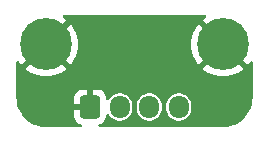
<source format=gbr>
%TF.GenerationSoftware,KiCad,Pcbnew,8.0.0-8.0.0-1~ubuntu22.04.1*%
%TF.CreationDate,2024-03-31T18:49:52+02:00*%
%TF.ProjectId,PCB LED,50434220-4c45-4442-9e6b-696361645f70,rev?*%
%TF.SameCoordinates,Original*%
%TF.FileFunction,Copper,L2,Bot*%
%TF.FilePolarity,Positive*%
%FSLAX46Y46*%
G04 Gerber Fmt 4.6, Leading zero omitted, Abs format (unit mm)*
G04 Created by KiCad (PCBNEW 8.0.0-8.0.0-1~ubuntu22.04.1) date 2024-03-31 18:49:52*
%MOMM*%
%LPD*%
G01*
G04 APERTURE LIST*
G04 Aperture macros list*
%AMRoundRect*
0 Rectangle with rounded corners*
0 $1 Rounding radius*
0 $2 $3 $4 $5 $6 $7 $8 $9 X,Y pos of 4 corners*
0 Add a 4 corners polygon primitive as box body*
4,1,4,$2,$3,$4,$5,$6,$7,$8,$9,$2,$3,0*
0 Add four circle primitives for the rounded corners*
1,1,$1+$1,$2,$3*
1,1,$1+$1,$4,$5*
1,1,$1+$1,$6,$7*
1,1,$1+$1,$8,$9*
0 Add four rect primitives between the rounded corners*
20,1,$1+$1,$2,$3,$4,$5,0*
20,1,$1+$1,$4,$5,$6,$7,0*
20,1,$1+$1,$6,$7,$8,$9,0*
20,1,$1+$1,$8,$9,$2,$3,0*%
G04 Aperture macros list end*
%TA.AperFunction,ComponentPad*%
%ADD10C,0.700000*%
%TD*%
%TA.AperFunction,ComponentPad*%
%ADD11C,4.400000*%
%TD*%
%TA.AperFunction,ComponentPad*%
%ADD12RoundRect,0.250000X-0.600000X-0.725000X0.600000X-0.725000X0.600000X0.725000X-0.600000X0.725000X0*%
%TD*%
%TA.AperFunction,ComponentPad*%
%ADD13O,1.700000X1.950000*%
%TD*%
G04 APERTURE END LIST*
D10*
%TO.P,H3,1,1*%
%TO.N,+5V*%
X60000000Y-89650000D03*
X58833274Y-89166726D03*
X61166726Y-89166726D03*
X58350000Y-88000000D03*
D11*
X60000000Y-88000000D03*
D10*
X61650000Y-88000000D03*
X58833274Y-86833274D03*
X61166726Y-86833274D03*
X60000000Y-86350000D03*
%TD*%
%TO.P,H4,1,1*%
%TO.N,+5V*%
X45000000Y-89650000D03*
X43833274Y-89166726D03*
X46166726Y-89166726D03*
X43350000Y-88000000D03*
D11*
X45000000Y-88000000D03*
D10*
X46650000Y-88000000D03*
X43833274Y-86833274D03*
X46166726Y-86833274D03*
X45000000Y-86350000D03*
%TD*%
D12*
%TO.P,J1,1,Pin_1*%
%TO.N,+5V*%
X48750000Y-93300000D03*
D13*
%TO.P,J1,2,Pin_2*%
%TO.N,Net-(D1-BK)*%
X51250000Y-93300000D03*
%TO.P,J1,3,Pin_3*%
%TO.N,Net-(D1-GK)*%
X53750000Y-93300000D03*
%TO.P,J1,4,Pin_4*%
%TO.N,Net-(D1-RK)*%
X56250000Y-93300000D03*
%TD*%
%TA.AperFunction,Conductor*%
%TO.N,+5V*%
G36*
X58537880Y-85520185D02*
G01*
X58583635Y-85572989D01*
X58593579Y-85642147D01*
X58564554Y-85705703D01*
X58534991Y-85730617D01*
X58463422Y-85773881D01*
X58463416Y-85773886D01*
X58275030Y-85921474D01*
X58275029Y-85921476D01*
X59417262Y-87063709D01*
X59283398Y-87160967D01*
X59160967Y-87283398D01*
X59063709Y-87417262D01*
X57921476Y-86275029D01*
X57921474Y-86275030D01*
X57773886Y-86463416D01*
X57773881Y-86463422D01*
X57604898Y-86742956D01*
X57604897Y-86742958D01*
X57470839Y-87040824D01*
X57470835Y-87040835D01*
X57373667Y-87352658D01*
X57314786Y-87673961D01*
X57295065Y-88000000D01*
X57314786Y-88326038D01*
X57373667Y-88647341D01*
X57470835Y-88959164D01*
X57470839Y-88959175D01*
X57604897Y-89257041D01*
X57604898Y-89257043D01*
X57773881Y-89536576D01*
X57921476Y-89724968D01*
X59063708Y-88582736D01*
X59160967Y-88716602D01*
X59283398Y-88839033D01*
X59417262Y-88936290D01*
X58275030Y-90078522D01*
X58275030Y-90078523D01*
X58463423Y-90226118D01*
X58742956Y-90395101D01*
X58742958Y-90395102D01*
X59040824Y-90529160D01*
X59040835Y-90529164D01*
X59352658Y-90626332D01*
X59673961Y-90685213D01*
X60000000Y-90704934D01*
X60326038Y-90685213D01*
X60647341Y-90626332D01*
X60959164Y-90529164D01*
X60959175Y-90529160D01*
X61257041Y-90395102D01*
X61257043Y-90395101D01*
X61536586Y-90226112D01*
X61724968Y-90078523D01*
X61724968Y-90078522D01*
X60582737Y-88936290D01*
X60716602Y-88839033D01*
X60839033Y-88716602D01*
X60936290Y-88582737D01*
X62078522Y-89724968D01*
X62078523Y-89724968D01*
X62226111Y-89536586D01*
X62269383Y-89465007D01*
X62320911Y-89417820D01*
X62389770Y-89405981D01*
X62454099Y-89433250D01*
X62493473Y-89490968D01*
X62499500Y-89529157D01*
X62499500Y-92496249D01*
X62499274Y-92503736D01*
X62481728Y-92793794D01*
X62479923Y-92808659D01*
X62428219Y-93090798D01*
X62424635Y-93105336D01*
X62339306Y-93379167D01*
X62333997Y-93393168D01*
X62216275Y-93654736D01*
X62209316Y-93667995D01*
X62060928Y-93913459D01*
X62052422Y-93925782D01*
X61875526Y-94151573D01*
X61865596Y-94162781D01*
X61662781Y-94365596D01*
X61651573Y-94375526D01*
X61425782Y-94552422D01*
X61413459Y-94560928D01*
X61167995Y-94709316D01*
X61154736Y-94716275D01*
X60893168Y-94833997D01*
X60879167Y-94839306D01*
X60605336Y-94924635D01*
X60590798Y-94928219D01*
X60308659Y-94979923D01*
X60293794Y-94981728D01*
X60003736Y-94999274D01*
X59996249Y-94999500D01*
X49561956Y-94999500D01*
X49494917Y-94979815D01*
X49449162Y-94927011D01*
X49439218Y-94857853D01*
X49468243Y-94794297D01*
X49522952Y-94757794D01*
X49669119Y-94709358D01*
X49669124Y-94709356D01*
X49818345Y-94617315D01*
X49942315Y-94493345D01*
X50034356Y-94344124D01*
X50034358Y-94344119D01*
X50089505Y-94177697D01*
X50089506Y-94177690D01*
X50099999Y-94074986D01*
X50099999Y-94003528D01*
X50119683Y-93936488D01*
X50172486Y-93890732D01*
X50241644Y-93880788D01*
X50305200Y-93909812D01*
X50327101Y-93934635D01*
X50434022Y-94094655D01*
X50580342Y-94240975D01*
X50580345Y-94240977D01*
X50752402Y-94355941D01*
X50943580Y-94435130D01*
X51146530Y-94475499D01*
X51146534Y-94475500D01*
X51146535Y-94475500D01*
X51353466Y-94475500D01*
X51353467Y-94475499D01*
X51556420Y-94435130D01*
X51747598Y-94355941D01*
X51919655Y-94240977D01*
X52065977Y-94094655D01*
X52180941Y-93922598D01*
X52260130Y-93731420D01*
X52300499Y-93528469D01*
X52699500Y-93528469D01*
X52739868Y-93731412D01*
X52739870Y-93731420D01*
X52805859Y-93890732D01*
X52819059Y-93922598D01*
X52827102Y-93934635D01*
X52934024Y-94094657D01*
X53080342Y-94240975D01*
X53080345Y-94240977D01*
X53252402Y-94355941D01*
X53443580Y-94435130D01*
X53646530Y-94475499D01*
X53646534Y-94475500D01*
X53646535Y-94475500D01*
X53853466Y-94475500D01*
X53853467Y-94475499D01*
X54056420Y-94435130D01*
X54247598Y-94355941D01*
X54419655Y-94240977D01*
X54565977Y-94094655D01*
X54680941Y-93922598D01*
X54760130Y-93731420D01*
X54800499Y-93528469D01*
X55199500Y-93528469D01*
X55239868Y-93731412D01*
X55239870Y-93731420D01*
X55305859Y-93890732D01*
X55319059Y-93922598D01*
X55327102Y-93934635D01*
X55434024Y-94094657D01*
X55580342Y-94240975D01*
X55580345Y-94240977D01*
X55752402Y-94355941D01*
X55943580Y-94435130D01*
X56146530Y-94475499D01*
X56146534Y-94475500D01*
X56146535Y-94475500D01*
X56353466Y-94475500D01*
X56353467Y-94475499D01*
X56556420Y-94435130D01*
X56747598Y-94355941D01*
X56919655Y-94240977D01*
X57065977Y-94094655D01*
X57180941Y-93922598D01*
X57260130Y-93731420D01*
X57300500Y-93528465D01*
X57300500Y-93071535D01*
X57260130Y-92868580D01*
X57180941Y-92677402D01*
X57065977Y-92505345D01*
X57065975Y-92505342D01*
X56919657Y-92359024D01*
X56833626Y-92301541D01*
X56747598Y-92244059D01*
X56556420Y-92164870D01*
X56556412Y-92164868D01*
X56353469Y-92124500D01*
X56353465Y-92124500D01*
X56146535Y-92124500D01*
X56146530Y-92124500D01*
X55943587Y-92164868D01*
X55943579Y-92164870D01*
X55752403Y-92244058D01*
X55580342Y-92359024D01*
X55434024Y-92505342D01*
X55319058Y-92677403D01*
X55239870Y-92868579D01*
X55239868Y-92868587D01*
X55199500Y-93071530D01*
X55199500Y-93528469D01*
X54800499Y-93528469D01*
X54800500Y-93528465D01*
X54800500Y-93071535D01*
X54760130Y-92868580D01*
X54680941Y-92677402D01*
X54565977Y-92505345D01*
X54565975Y-92505342D01*
X54419657Y-92359024D01*
X54333626Y-92301541D01*
X54247598Y-92244059D01*
X54056420Y-92164870D01*
X54056412Y-92164868D01*
X53853469Y-92124500D01*
X53853465Y-92124500D01*
X53646535Y-92124500D01*
X53646530Y-92124500D01*
X53443587Y-92164868D01*
X53443579Y-92164870D01*
X53252403Y-92244058D01*
X53080342Y-92359024D01*
X52934024Y-92505342D01*
X52819058Y-92677403D01*
X52739870Y-92868579D01*
X52739868Y-92868587D01*
X52699500Y-93071530D01*
X52699500Y-93528469D01*
X52300499Y-93528469D01*
X52300500Y-93528465D01*
X52300500Y-93071535D01*
X52260130Y-92868580D01*
X52180941Y-92677402D01*
X52065977Y-92505345D01*
X52065975Y-92505342D01*
X51919657Y-92359024D01*
X51833626Y-92301541D01*
X51747598Y-92244059D01*
X51556420Y-92164870D01*
X51556412Y-92164868D01*
X51353469Y-92124500D01*
X51353465Y-92124500D01*
X51146535Y-92124500D01*
X51146530Y-92124500D01*
X50943587Y-92164868D01*
X50943579Y-92164870D01*
X50752403Y-92244058D01*
X50580342Y-92359024D01*
X50434024Y-92505342D01*
X50327102Y-92665365D01*
X50273489Y-92710171D01*
X50204165Y-92718878D01*
X50141137Y-92688724D01*
X50104417Y-92629281D01*
X50099999Y-92596475D01*
X50099999Y-92525028D01*
X50099998Y-92525012D01*
X50089505Y-92422302D01*
X50034358Y-92255880D01*
X50034356Y-92255875D01*
X49942315Y-92106654D01*
X49818345Y-91982684D01*
X49669124Y-91890643D01*
X49669119Y-91890641D01*
X49502697Y-91835494D01*
X49502690Y-91835493D01*
X49399986Y-91825000D01*
X49000000Y-91825000D01*
X49000000Y-92895854D01*
X48933343Y-92857370D01*
X48812535Y-92825000D01*
X48687465Y-92825000D01*
X48566657Y-92857370D01*
X48500000Y-92895854D01*
X48500000Y-91825000D01*
X48100028Y-91825000D01*
X48100012Y-91825001D01*
X47997302Y-91835494D01*
X47830880Y-91890641D01*
X47830875Y-91890643D01*
X47681654Y-91982684D01*
X47557684Y-92106654D01*
X47465643Y-92255875D01*
X47465641Y-92255880D01*
X47410494Y-92422302D01*
X47410493Y-92422309D01*
X47400000Y-92525013D01*
X47400000Y-93050000D01*
X48345854Y-93050000D01*
X48307370Y-93116657D01*
X48275000Y-93237465D01*
X48275000Y-93362535D01*
X48307370Y-93483343D01*
X48345854Y-93550000D01*
X47400001Y-93550000D01*
X47400001Y-94074986D01*
X47410494Y-94177697D01*
X47465641Y-94344119D01*
X47465643Y-94344124D01*
X47557684Y-94493345D01*
X47681654Y-94617315D01*
X47830875Y-94709356D01*
X47830880Y-94709358D01*
X47977050Y-94757794D01*
X48034495Y-94797566D01*
X48061318Y-94862082D01*
X48049003Y-94930858D01*
X48001460Y-94982058D01*
X47938046Y-94999500D01*
X45003751Y-94999500D01*
X44996264Y-94999274D01*
X44706205Y-94981728D01*
X44691340Y-94979923D01*
X44409201Y-94928219D01*
X44394663Y-94924635D01*
X44120832Y-94839306D01*
X44106831Y-94833997D01*
X43845263Y-94716275D01*
X43832004Y-94709316D01*
X43586540Y-94560928D01*
X43574217Y-94552422D01*
X43348426Y-94375526D01*
X43337218Y-94365596D01*
X43134403Y-94162781D01*
X43124473Y-94151573D01*
X43008487Y-94003528D01*
X42947573Y-93925776D01*
X42939075Y-93913465D01*
X42790680Y-93667989D01*
X42783727Y-93654743D01*
X42666000Y-93393163D01*
X42660693Y-93379167D01*
X42655510Y-93362535D01*
X42575363Y-93105335D01*
X42571780Y-93090798D01*
X42568249Y-93071530D01*
X42520075Y-92808657D01*
X42518271Y-92793794D01*
X42513739Y-92718878D01*
X42500726Y-92503736D01*
X42500500Y-92496249D01*
X42500500Y-89529158D01*
X42520185Y-89462119D01*
X42572989Y-89416364D01*
X42642147Y-89406420D01*
X42705703Y-89435445D01*
X42730617Y-89465009D01*
X42773877Y-89536571D01*
X42773880Y-89536575D01*
X42921476Y-89724968D01*
X44063708Y-88582736D01*
X44160967Y-88716602D01*
X44283398Y-88839033D01*
X44417262Y-88936290D01*
X43275030Y-90078522D01*
X43275030Y-90078523D01*
X43463423Y-90226118D01*
X43742956Y-90395101D01*
X43742958Y-90395102D01*
X44040824Y-90529160D01*
X44040835Y-90529164D01*
X44352658Y-90626332D01*
X44673961Y-90685213D01*
X45000000Y-90704934D01*
X45326038Y-90685213D01*
X45647341Y-90626332D01*
X45959164Y-90529164D01*
X45959175Y-90529160D01*
X46257041Y-90395102D01*
X46257043Y-90395101D01*
X46536586Y-90226112D01*
X46724968Y-90078523D01*
X46724968Y-90078522D01*
X45582737Y-88936290D01*
X45716602Y-88839033D01*
X45839033Y-88716602D01*
X45936290Y-88582737D01*
X47078522Y-89724968D01*
X47078523Y-89724968D01*
X47226112Y-89536586D01*
X47395101Y-89257043D01*
X47395102Y-89257041D01*
X47529160Y-88959175D01*
X47529164Y-88959164D01*
X47626332Y-88647341D01*
X47685213Y-88326038D01*
X47704934Y-88000000D01*
X47685213Y-87673961D01*
X47626332Y-87352658D01*
X47529164Y-87040835D01*
X47529160Y-87040824D01*
X47395102Y-86742958D01*
X47395101Y-86742956D01*
X47226118Y-86463423D01*
X47078522Y-86275030D01*
X45936290Y-87417262D01*
X45839033Y-87283398D01*
X45716602Y-87160967D01*
X45582736Y-87063709D01*
X46724968Y-85921476D01*
X46536576Y-85773881D01*
X46465009Y-85730617D01*
X46417822Y-85679089D01*
X46405983Y-85610230D01*
X46433252Y-85545901D01*
X46490970Y-85506527D01*
X46529159Y-85500500D01*
X58470841Y-85500500D01*
X58537880Y-85520185D01*
G37*
%TD.AperFunction*%
%TD*%
M02*

</source>
